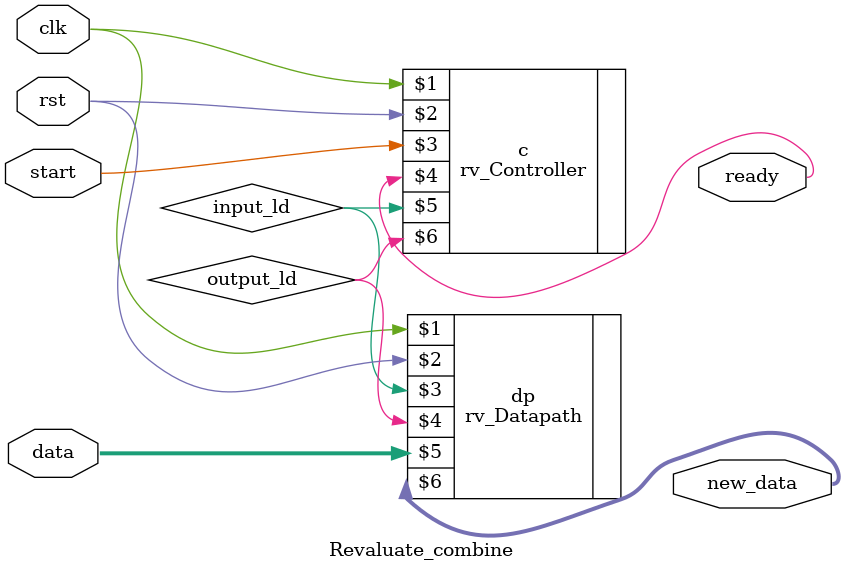
<source format=v>
module Revaluate_combine(clk, rst, start, data, new_data,ready);
    input clk, rst, start;
    input [24:0] data;
    output [24:0] new_data;
    output ready;

    wire input_ld, output_ld;
    rv_Controller c(
        clk,
        rst,
        start,
        ready,
        input_ld,
        output_ld
    );

    rv_Datapath dp(
        clk,
        rst,
        input_ld,
        output_ld,
        data,
        new_data
    );

endmodule
</source>
